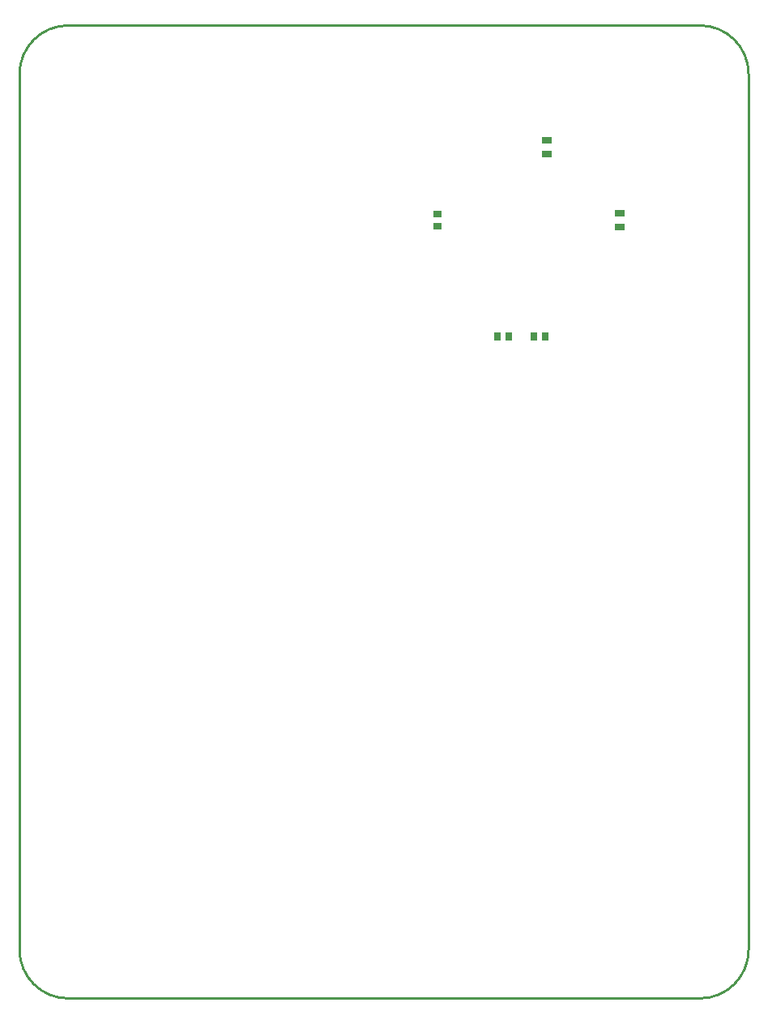
<source format=gbp>
G04*
G04 #@! TF.GenerationSoftware,Altium Limited,Altium Designer,23.8.1 (32)*
G04*
G04 Layer_Color=128*
%FSLAX25Y25*%
%MOIN*%
G70*
G04*
G04 #@! TF.SameCoordinates,29178C35-F4AC-4926-8FEA-C3B9FECDB407*
G04*
G04*
G04 #@! TF.FilePolarity,Positive*
G04*
G01*
G75*
%ADD14C,0.01000*%
%ADD41R,0.03937X0.03150*%
%ADD84R,0.02985X0.03197*%
%ADD85R,0.03197X0.02985*%
D14*
X380000Y100000D02*
G03*
X400000Y120000I0J20000D01*
G01*
X100000Y120000D02*
G03*
X120000Y100000I20000J0D01*
G01*
X400000Y480000D02*
G03*
X380000Y500000I-20000J0D01*
G01*
X120000Y500000D02*
G03*
X100000Y480000I0J-20000D01*
G01*
Y120000D02*
Y480000D01*
X400000Y120000D02*
X400000Y480000D01*
X120000Y100000D02*
X380000D01*
X120000Y500000D02*
X380000D01*
D41*
X317000Y447047D02*
D03*
Y452953D02*
D03*
X347000Y417047D02*
D03*
Y422953D02*
D03*
D84*
X316469Y372000D02*
D03*
X311531D02*
D03*
X301468D02*
D03*
X296532D02*
D03*
D85*
X272000Y417531D02*
D03*
Y422469D02*
D03*
M02*

</source>
